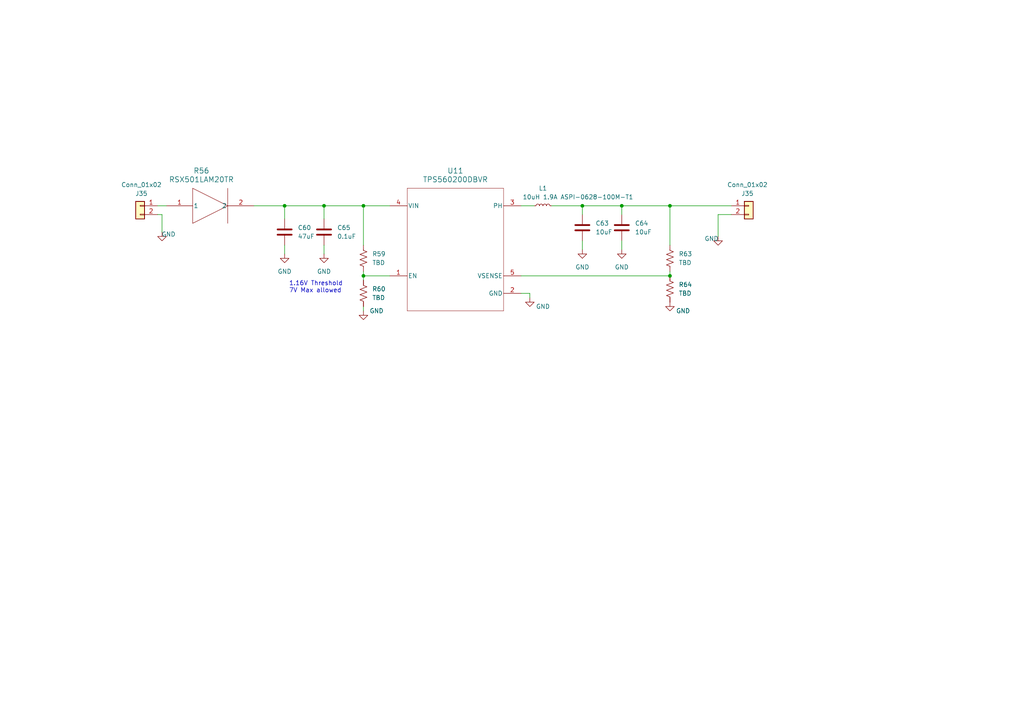
<source format=kicad_sch>
(kicad_sch (version 20230121) (generator eeschema)
  (paper "A4")
  (lib_symbols
    (symbol "2023-10-01_23-34-18:RSX501LAM20TR" (pin_names (offset 0.254))
      (property "Reference" "R56" (at 20.32 10.16 0))
      (property "Value" "RSX501LAM20TR" (at 20.32 7.62 0))
      (symbol "RSX501LAM20TR_0_1"
        (polyline (pts (xy 7.62 -5.08) (xy 17.78 0)) (stroke (width 0.127)))
        (polyline (pts (xy 7.62 5.08) (xy 7.62 -5.08)) (stroke (width 0.127)))
        (polyline (pts (xy 17.78 -5.08) (xy 17.78 5.08)) (stroke (width 0.127)))
        (polyline (pts (xy 17.78 0) (xy 7.62 5.08)) (stroke (width 0.127)))
        (pin unspecified line (at 0 0 0) (length 7.62) (name "1") (number "1"))
        (pin unspecified line (at 25.4 0 180) (length 7.62) (name "2") (number "2"))
      )
    )
    (symbol "2023-10-05_01-44-07:TPS560200DBVR" (pin_names (offset 0.254))
      (property "Reference" "U" (at 0 2.54 0))
      (property "Value" "TPS560200DBVR" (at 0 0 0))
      (symbol "TPS560200DBVR_0_1"
        (polyline (pts (xy -12.7 -17.78) (xy 15.24 -17.78)) (stroke (width 0.1016)))
        (polyline (pts (xy -12.7 17.78) (xy -12.7 -17.78)) (stroke (width 0.1016)))
        (polyline (pts (xy 15.24 -17.78) (xy 15.24 17.78)) (stroke (width 0.1016)))
        (polyline (pts (xy 15.24 17.78) (xy -12.7 17.78)) (stroke (width 0.1016)))
        (pin input line (at -17.78 -7.62 0) (length 5.08) (name "EN") (number "1"))
        (pin power_in line (at 20.32 -12.7 180) (length 5.08) (name "GND") (number "2"))
        (pin power_in line (at 20.32 12.7 180) (length 5.08) (name "PH") (number "3"))
        (pin power_in line (at -17.78 12.7 0) (length 5.08) (name "VIN") (number "4"))
        (pin input line (at 20.32 -7.62 180) (length 5.08) (name "VSENSE") (number "5"))
      )
    )
    (symbol "4ms_Connector:Conn_01x02" (pin_names (offset 1.016) hide)
      (property "Reference" "J" (at 0 2.54 0))
      (property "Value" "Conn_01x02" (at 0 -5.08 0))
      (symbol "Conn_01x02_1_1"
        (rectangle (start -1.27 -2.413) (end 0 -2.667) (stroke (width 0.1524)))
        (rectangle (start -1.27 0.127) (end 0 -0.127) (stroke (width 0.1524)))
        (rectangle (start -1.27 1.27) (end 1.27 -3.81) (stroke (width 0.254)) (fill (type background)))
        (pin passive line (at -5.08 0 0) (length 3.81) (name "Pin_1") (number "1"))
        (pin passive line (at -5.08 -2.54 0) (length 3.81) (name "Pin_2") (number "2"))
      )
    )
    (symbol "Device:C" (pin_numbers hide) (pin_names (offset 0.254))
      (property "Reference" "C" (at 0.635 2.54 0))
      (property "Value" "C" (at 0.635 -2.54 0))
      (symbol "C_0_1"
        (polyline (pts (xy -2.032 -0.762) (xy 2.032 -0.762)) (stroke (width 0.508)))
        (polyline (pts (xy -2.032 0.762) (xy 2.032 0.762)) (stroke (width 0.508)))
      )
      (symbol "C_1_1"
        (pin passive line (at 0 3.81 270) (length 2.794) (name "~") (number "1"))
        (pin passive line (at 0 -3.81 90) (length 2.794) (name "~") (number "2"))
      )
    )
    (symbol "Device:L_Small" (pin_numbers hide) (pin_names (offset 0.254) hide)
      (property "Reference" "L" (at 0.762 1.016 0))
      (property "Value" "L_Small" (at 0.762 -1.016 0))
      (symbol "L_Small_0_1"
        (arc (start 0 -2.032) (mid 0.5058 -1.524) (end 0 -1.016))
        (arc (start 0 -1.016) (mid 0.5058 -0.508) (end 0 0))
        (arc (start 0 0) (mid 0.5058 0.508) (end 0 1.016))
        (arc (start 0 1.016) (mid 0.5058 1.524) (end 0 2.032))
      )
      (symbol "L_Small_1_1"
        (pin passive line (at 0 2.54 270) (length 0.508) (name "~") (number "1"))
        (pin passive line (at 0 -2.54 90) (length 0.508) (name "~") (number "2"))
      )
    )
    (symbol "Device:R_US" (pin_numbers hide) (pin_names (offset 0))
      (property "Reference" "R" (at 2.54 0 90))
      (property "Value" "R_US" (at -2.54 0 90))
      (symbol "R_US_0_1"
        (polyline (pts (xy 0 -2.286) (xy 0 -2.54)))
        (polyline (pts (xy 0 2.286) (xy 0 2.54)))
        (polyline (pts (xy 0 -0.762) (xy 1.016 -1.143) (xy 0 -1.524) (xy -1.016 -1.905) (xy 0 -2.286)))
        (polyline (pts (xy 0 0.762) (xy 1.016 0.381) (xy 0 0) (xy -1.016 -0.381) (xy 0 -0.762)))
        (polyline (pts (xy 0 2.286) (xy 1.016 1.905) (xy 0 1.524) (xy -1.016 1.143) (xy 0 0.762)))
      )
      (symbol "R_US_1_1"
        (pin passive line (at 0 3.81 270) (length 1.27) (name "~") (number "1"))
        (pin passive line (at 0 -3.81 90) (length 1.27) (name "~") (number "2"))
      )
    )
    (symbol "power:GND" (power) (pin_names (offset 0))
      (property "Value" "GND" (at 0 -3.81 0))
      (symbol "GND_0_1"
        (polyline (pts (xy 0 0) (xy 0 -1.27) (xy 1.27 -1.27) (xy 0 -2.54) (xy -1.27 -1.27) (xy 0 -1.27)))
      )
      (symbol "GND_1_1"
        (pin power_in line (at 0 0 270) (length 0) hide (name "GND") (number "1"))
      )
    )
  )
  (junction (at 194.31 59.69))
  (junction (at 105.41 80.01))
  (junction (at 93.98 59.69))
  (junction (at 105.41 59.69))
  (junction (at 180.34 59.69))
  (junction (at 82.55 59.69))
  (junction (at 194.31 80.01))
  (junction (at 168.91 59.69))
  (wire (pts (xy 105.41 59.69) (xy 105.41 71.12)))
  (wire (pts (xy 105.41 80.01) (xy 113.03 80.01)))
  (wire (pts (xy 153.67 85.09) (xy 153.67 86.36)))
  (wire (pts (xy 194.31 59.69) (xy 212.09 59.69)))
  (wire (pts (xy 194.31 78.74) (xy 194.31 80.01)))
  (wire (pts (xy 93.98 71.12) (xy 93.98 73.66)))
  (wire (pts (xy 45.72 59.69) (xy 48.26 59.69)))
  (wire (pts (xy 168.91 59.69) (xy 180.34 59.69)))
  (wire (pts (xy 151.13 85.09) (xy 153.67 85.09)))
  (wire (pts (xy 45.72 62.23) (xy 46.99 62.23)))
  (wire (pts (xy 151.13 59.69) (xy 154.94 59.69)))
  (wire (pts (xy 212.09 62.23) (xy 208.28 62.23)))
  (wire (pts (xy 105.41 90.17) (xy 105.41 88.9)))
  (wire (pts (xy 168.91 69.85) (xy 168.91 72.39)))
  (wire (pts (xy 105.41 80.01) (xy 105.41 81.28)))
  (wire (pts (xy 208.28 62.23) (xy 208.28 68.58)))
  (wire (pts (xy 180.34 69.85) (xy 180.34 72.39)))
  (wire (pts (xy 82.55 59.69) (xy 82.55 63.5)))
  (wire (pts (xy 93.98 59.69) (xy 93.98 63.5)))
  (wire (pts (xy 73.66 59.69) (xy 82.55 59.69)))
  (wire (pts (xy 46.99 62.23) (xy 46.99 67.31)))
  (wire (pts (xy 194.31 59.69) (xy 180.34 59.69)))
  (wire (pts (xy 93.98 59.69) (xy 105.41 59.69)))
  (wire (pts (xy 168.91 59.69) (xy 168.91 62.23)))
  (wire (pts (xy 105.41 78.74) (xy 105.41 80.01)))
  (wire (pts (xy 194.31 71.12) (xy 194.31 59.69)))
  (wire (pts (xy 82.55 59.69) (xy 93.98 59.69)))
  (wire (pts (xy 160.02 59.69) (xy 168.91 59.69)))
  (wire (pts (xy 105.41 59.69) (xy 113.03 59.69)))
  (wire (pts (xy 180.34 59.69) (xy 180.34 62.23)))
  (wire (pts (xy 151.13 80.01) (xy 194.31 80.01)))
  (wire (pts (xy 82.55 71.12) (xy 82.55 73.66)))
  (text "1.16V Threshold\n7V Max allowed" (at 83.82 85.09 0) (effects (font (size 1.27 1.27)) (justify left bottom)))
  (symbol (lib_id "Device:C") (at 180.34 66.04 0) (unit 1)
    (property "Reference" "C64" (at 184.15 64.77 0) (effects (justify left)))
    (property "Value" "10uF" (at 184.15 67.31 0) (effects (justify left)))
    (property "Footprint" "Capacitor_SMD:C_0603_1608Metric" (effects hide))
    (instances (project "DaisySeedBreakout" (path "" (reference "C64") (unit 1))) (project "DaisySeedAccessories" (path "" (reference "C4") (unit 1)) (path "" (reference "C4") (unit 1))))
  )
  (symbol (lib_id "Device:R_US") (at 194.31 83.82 0) (unit 1)
    (property "Reference" "R64" (at 196.85 82.55 0) (effects (justify left)))
    (property "Value" "TBD" (at 196.85 85.09 0) (effects (justify left)))
    (property "Footprint" "Resistor_SMD:R_0402_1005Metric" (effects hide))
    (instances (project "DaisySeedBreakout" (path "" (reference "R64") (unit 1)) (path "" (reference "R10") (unit 1))) (project "DaisySeedAccessories" (path "" (reference "R4") (unit 1)) (path "" (reference "R5") (unit 1))))
  )
  (symbol (lib_id "power:GND") (at 93.98 73.66 0) (unit 1)
    (property "Reference" "#PWR0159" (effects hide))
    (property "Value" "GND" (at 93.98 78.74 0))
    (instances (project "DaisySeedBreakout" (path "" (reference "#PWR0159") (unit 1))) (project "DaisySeedAccessories" (path "" (reference "#PWR03") (unit 1)) (path "" (reference "#PWR03") (unit 1))))
  )
  (symbol (lib_id "power:GND") (at 105.41 90.17 0) (unit 1)
    (property "Reference" "#PWR0158" (effects hide))
    (property "Value" "GND" (at 109.22 90.17 0))
    (instances (project "DaisySeedBreakout" (path "" (reference "#PWR0158") (unit 1))) (project "DaisySeedAccessories" (path "" (reference "#PWR04") (unit 1)) (path "" (reference "#PWR04") (unit 1))))
  )
  (symbol (lib_id "power:GND") (at 82.55 73.66 0) (unit 1)
    (property "Reference" "#PWR0147" (effects hide))
    (property "Value" "GND" (at 82.55 78.74 0))
    (instances (project "DaisySeedBreakout" (path "" (reference "#PWR0147") (unit 1))) (project "DaisySeedAccessories" (path "" (reference "#PWR02") (unit 1)) (path "" (reference "#PWR02") (unit 1))))
  )
  (symbol (lib_id "4ms_Connector:Conn_01x02") (at 217.17 59.69 0) (unit 1)
    (property "Reference" "J35" (at 216.789 56.134 0))
    (property "Value" "Conn_01x02" (at 216.789 53.594 0))
    (property "Footprint" "Connector_PinHeader_2.54mm:PinHeader_1x02_P2.54mm_Vertical" (effects hide))
    (property "Specifications" "Pins_01x02, Header, Male Pins, 1*2, spacing 2.54mm, straight pin" (effects hide))
    (property "Manufacturer" "TAD" (effects hide))
    (property "Part Number" "1-0201FBV0T" (effects hide))
    (instances (project "DaisySeedBreakout" (path "" (reference "J35") (unit 1))) (project "DaisySeedAccessories" (path "" (reference "J2") (unit 1)) (path "" (reference "J2") (unit 1))))
  )
  (symbol (lib_id "power:GND") (at 168.91 72.39 0) (unit 1)
    (property "Reference" "#PWR0146" (effects hide))
    (property "Value" "GND" (at 168.91 77.47 0))
    (instances (project "DaisySeedBreakout" (path "" (reference "#PWR0146") (unit 1))) (project "DaisySeedAccessories" (path "" (reference "#PWR06") (unit 1)) (path "" (reference "#PWR06") (unit 1))))
  )
  (symbol (lib_id "2023-10-05_01-44-07:TPS560200DBVR") (at 130.81 72.39 0) (unit 1)
    (property "Reference" "U11" (at 132.08 49.53 0) (effects (font (size 1.524 1.524))))
    (property "Value" "TPS560200DBVR" (at 132.08 52.07 0) (effects (font (size 1.524 1.524))))
    (property "Footprint" "DBV0005A_N" (effects hide))
    (property "Datasheet" "TPS560200DBVR" (effects hide))
    (instances (project "DaisySeedBreakout" (path "" (reference "U11") (unit 1))) (project "DaisySeedAccessories" (path "" (reference "U1") (unit 1)) (path "" (reference "U1") (unit 1))))
  )
  (symbol (lib_id "Device:L_Small") (at 157.48 59.69 90) (unit 1)
    (property "Reference" "L1" (at 157.48 54.61 90))
    (property "Value" "10uH 1.9A ASPI-0628-100M-T1" (at 167.64 57.15 90))
    (property "Footprint" "10uHInductor:ASPI-0628_ASPI-0628-4R7M-T1_ABR" (effects hide))
  )
  (symbol (lib_id "Device:C") (at 93.98 67.31 0) (unit 1)
    (property "Reference" "C65" (at 97.79 66.04 0) (effects (justify left)))
    (property "Value" "0.1uF" (at 97.79 68.58 0) (effects (justify left)))
    (property "Footprint" "Capacitor_SMD:C_0402_1005Metric" (effects hide))
    (instances (project "DaisySeedBreakout" (path "" (reference "C65") (unit 1))) (project "DaisySeedAccessories" (path "" (reference "C2") (unit 1)) (path "" (reference "C2") (unit 1))))
  )
  (symbol (lib_id "Device:R_US") (at 194.31 74.93 0) (unit 1)
    (property "Reference" "R63" (at 196.85 73.66 0) (effects (justify left)))
    (property "Value" "TBD" (at 196.85 76.2 0) (effects (justify left)))
    (property "Footprint" "Resistor_SMD:R_0402_1005Metric" (effects hide))
    (instances (project "DaisySeedBreakout" (path "" (reference "R63") (unit 1)) (path "" (reference "R10") (unit 1))) (project "DaisySeedAccessories" (path "" (reference "R3") (unit 1)) (path "" (reference "R4") (unit 1))))
  )
  (symbol (lib_id "2023-10-01_23-34-18:RSX501LAM20TR") (at 48.26 59.69 0) (unit 1)
    (property "Reference" "R56" (at 58.42 49.53 0) (effects (font (size 1.524 1.524))))
    (property "Value" "RSX501LAM20TR" (at 58.42 52.07 0) (effects (font (size 1.524 1.524))))
    (property "Footprint" "DIO_RB050LAM_ROM" (effects hide))
    (property "Datasheet" "RSX501LAM20TR" (effects hide))
    (instances (project "DaisySeedBreakout" (path "" (reference "R56") (unit 1))) (project "DaisySeedAccessories" (path "" (reference "R5") (unit 1)) (path "" (reference "R1") (unit 1))))
  )
  (symbol (lib_id "4ms_Connector:Conn_01x02") (at 40.64 59.69 0) (mirror y) (unit 1)
    (property "Reference" "J35" (at 41.021 56.134 0))
    (property "Value" "Conn_01x02" (at 41.021 53.594 0))
    (property "Footprint" "Connector_PinHeader_2.54mm:PinHeader_1x02_P2.54mm_Vertical" (effects hide))
    (property "Specifications" "Pins_01x02, Header, Male Pins, 1*2, spacing 2.54mm, straight pin" (effects hide))
    (property "Manufacturer" "TAD" (effects hide))
    (property "Part Number" "1-0201FBV0T" (effects hide))
    (instances (project "DaisySeedBreakout" (path "" (reference "J35") (unit 1))) (project "DaisySeedAccessories" (path "" (reference "J1") (unit 1)) (path "" (reference "J1") (unit 1))))
  )
  (symbol (lib_id "power:GND") (at 153.67 86.36 0) (unit 1)
    (property "Reference" "#PWR0165" (effects hide))
    (property "Value" "GND" (at 157.48 88.9 0))
    (instances (project "DaisySeedBreakout" (path "" (reference "#PWR0165") (unit 1))) (project "DaisySeedAccessories" (path "" (reference "#PWR05") (unit 1)) (path "" (reference "#PWR05") (unit 1))))
  )
  (symbol (lib_id "Device:C") (at 168.91 66.04 0) (unit 1)
    (property "Reference" "C63" (at 172.72 64.77 0) (effects (justify left)))
    (property "Value" "10uF" (at 172.72 67.31 0) (effects (justify left)))
    (property "Footprint" "Capacitor_SMD:C_0603_1608Metric" (effects hide))
    (instances (project "DaisySeedBreakout" (path "" (reference "C63") (unit 1))) (project "DaisySeedAccessories" (path "" (reference "C3") (unit 1)) (path "" (reference "C3") (unit 1))))
  )
  (symbol (lib_id "Device:R_US") (at 105.41 85.09 0) (unit 1)
    (property "Reference" "R60" (at 107.95 83.82 0) (effects (justify left)))
    (property "Value" "TBD" (at 107.95 86.36 0) (effects (justify left)))
    (property "Footprint" "Resistor_SMD:R_0402_1005Metric" (effects hide))
    (instances (project "DaisySeedBreakout" (path "" (reference "R60") (unit 1)) (path "" (reference "R10") (unit 1))) (project "DaisySeedAccessories" (path "" (reference "R2") (unit 1)) (path "" (reference "R3") (unit 1))))
  )
  (symbol (lib_id "Device:R_US") (at 105.41 74.93 0) (unit 1)
    (property "Reference" "R59" (at 107.95 73.66 0) (effects (justify left)))
    (property "Value" "TBD" (at 107.95 76.2 0) (effects (justify left)))
    (property "Footprint" "Resistor_SMD:R_0402_1005Metric" (effects hide))
    (instances (project "DaisySeedBreakout" (path "" (reference "R59") (unit 1)) (path "" (reference "R10") (unit 1))) (project "DaisySeedAccessories" (path "" (reference "R1") (unit 1)) (path "" (reference "R2") (unit 1))))
  )
  (symbol (lib_id "Device:C") (at 82.55 67.31 0) (unit 1)
    (property "Reference" "C60" (at 86.36 66.04 0) (effects (justify left)))
    (property "Value" "47uF" (at 86.36 68.58 0) (effects (justify left)))
    (property "Footprint" "Capacitor_SMD:C_0805_2012Metric" (effects hide))
    (instances (project "DaisySeedBreakout" (path "" (reference "C60") (unit 1))) (project "DaisySeedAccessories" (path "" (reference "C1") (unit 1)) (path "" (reference "C1") (unit 1))))
  )
  (symbol (lib_id "power:GND") (at 180.34 72.39 0) (unit 1)
    (property "Reference" "#PWR0163" (effects hide))
    (property "Value" "GND" (at 180.34 77.47 0))
    (instances (project "DaisySeedBreakout" (path "" (reference "#PWR0163") (unit 1))) (project "DaisySeedAccessories" (path "" (reference "#PWR07") (unit 1)) (path "" (reference "#PWR07") (unit 1))))
  )
  (symbol (lib_id "power:GND") (at 208.28 68.58 0) (mirror y) (unit 1)
    (property "Reference" "#PWR0139" (effects hide))
    (property "Value" "GND" (at 206.375 69.215 0))
    (instances (project "DaisySeedBreakout" (path "" (reference "#PWR0139") (unit 1))) (project "DaisySeedAccessories" (path "" (reference "#PWR010") (unit 1)) (path "" (reference "#PWR010") (unit 1))))
  )
  (symbol (lib_id "power:GND") (at 194.31 87.63 0) (unit 1)
    (property "Reference" "#PWR0164" (effects hide))
    (property "Value" "GND" (at 198.12 90.17 0))
    (instances (project "DaisySeedBreakout" (path "" (reference "#PWR0164") (unit 1))) (project "DaisySeedAccessories" (path "" (reference "#PWR08") (unit 1)) (path "" (reference "#PWR08") (unit 1))))
  )
  (symbol (lib_id "power:GND") (at 46.99 67.31 0) (unit 1)
    (property "Reference" "#PWR0139" (effects hide))
    (property "Value" "GND" (at 48.895 67.945 0))
    (instances (project "DaisySeedBreakout" (path "" (reference "#PWR0139") (unit 1))) (project "DaisySeedAccessories" (path "" (reference "#PWR01") (unit 1)) (path "" (reference "#PWR01") (unit 1))))
  )
)
</source>
